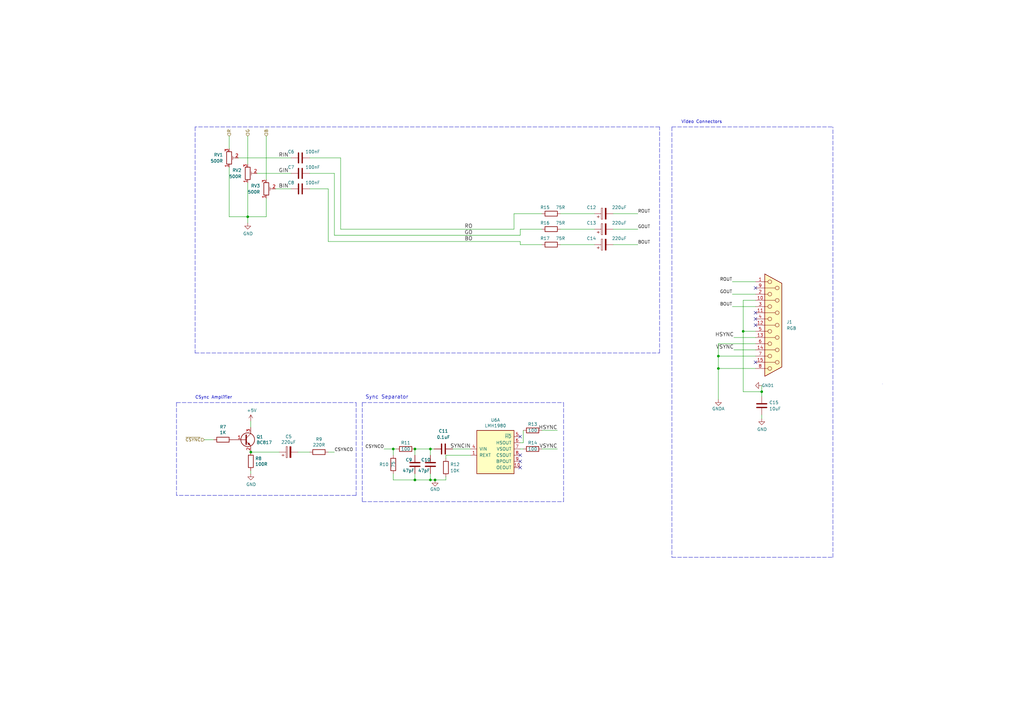
<source format=kicad_sch>
(kicad_sch (version 20211123) (generator eeschema)
  (paper "A3")
  (title_block (title "TRH9000") (date "2022-08-04") (rev "1.0") (company "The Retro Hacker") (comment 2 "Shared under CERN-OHL-S license") (comment 3 "TRH9000 - Open Source MSX Graphics Card based on the Yamaha V9990") (comment 4 "Designed  by: Cristiano Goncalves"))
  (lib_symbols
    (symbol "Connector:DB15_Female" (pin_names (offset 1.016) hide)
      (property "Reference" "J" (at 0.508 21.59 0))
      (property "Value" "DB15_Female" (at 0 -22.225 0))
      (symbol "DB15_Female_0_1"
        (circle (center -1.778 -17.78) (radius 0.762))
        (circle (center -1.778 -12.7) (radius 0.762))
        (circle (center -1.778 -7.62) (radius 0.762))
        (circle (center -1.778 -2.54) (radius 0.762))
        (circle (center -1.778 2.54) (radius 0.762))
        (circle (center -1.778 7.62) (radius 0.762))
        (circle (center -1.778 12.7) (radius 0.762))
        (circle (center -1.778 17.78) (radius 0.762))
        (polyline (pts (xy -3.81 -17.78) (xy -2.54 -17.78)))
        (polyline (pts (xy -3.81 -15.24) (xy 0.508 -15.24)))
        (polyline (pts (xy -3.81 -12.7) (xy -2.54 -12.7)))
        (polyline (pts (xy -3.81 -10.16) (xy 0.508 -10.16)))
        (polyline (pts (xy -3.81 -7.62) (xy -2.54 -7.62)))
        (polyline (pts (xy -3.81 -5.08) (xy 0.508 -5.08)))
        (polyline (pts (xy -3.81 -2.54) (xy -2.54 -2.54)))
        (polyline (pts (xy -3.81 0) (xy 0.508 0)))
        (polyline (pts (xy -3.81 2.54) (xy -2.54 2.54)))
        (polyline (pts (xy -3.81 5.08) (xy 0.508 5.08)))
        (polyline (pts (xy -3.81 7.62) (xy -2.54 7.62)))
        (polyline (pts (xy -3.81 10.16) (xy 0.508 10.16)))
        (polyline (pts (xy -3.81 12.7) (xy -2.54 12.7)))
        (polyline (pts (xy -3.81 15.24) (xy 0.508 15.24)))
        (polyline (pts (xy -3.81 17.78) (xy -2.54 17.78)))
        (polyline (pts (xy -3.81 20.955) (xy 3.175 17.145) (xy 3.175 -17.145) (xy -3.81 -20.955) (xy -3.81 20.955)) (stroke (width 0.254)) (fill (type background)))
        (circle (center 1.27 -15.24) (radius 0.762))
        (circle (center 1.27 -10.16) (radius 0.762))
        (circle (center 1.27 -5.08) (radius 0.762))
        (circle (center 1.27 0) (radius 0.762))
        (circle (center 1.27 5.08) (radius 0.762))
        (circle (center 1.27 10.16) (radius 0.762))
        (circle (center 1.27 15.24) (radius 0.762))
      )
      (symbol "DB15_Female_1_1"
        (pin passive line (at -7.62 17.78 0) (length 3.81) (name "1") (number "1"))
        (pin passive line (at -7.62 10.16 0) (length 3.81) (name "P10") (number "10"))
        (pin passive line (at -7.62 5.08 0) (length 3.81) (name "P111") (number "11"))
        (pin passive line (at -7.62 0 0) (length 3.81) (name "P12") (number "12"))
        (pin passive line (at -7.62 -5.08 0) (length 3.81) (name "P13") (number "13"))
        (pin passive line (at -7.62 -10.16 0) (length 3.81) (name "P14") (number "14"))
        (pin passive line (at -7.62 -15.24 0) (length 3.81) (name "P15") (number "15"))
        (pin passive line (at -7.62 12.7 0) (length 3.81) (name "2") (number "2"))
        (pin passive line (at -7.62 7.62 0) (length 3.81) (name "3") (number "3"))
        (pin passive line (at -7.62 2.54 0) (length 3.81) (name "4") (number "4"))
        (pin passive line (at -7.62 -2.54 0) (length 3.81) (name "5") (number "5"))
        (pin passive line (at -7.62 -7.62 0) (length 3.81) (name "6") (number "6"))
        (pin passive line (at -7.62 -12.7 0) (length 3.81) (name "7") (number "7"))
        (pin passive line (at -7.62 -17.78 0) (length 3.81) (name "8") (number "8"))
        (pin passive line (at -7.62 15.24 0) (length 3.81) (name "P9") (number "9"))
      )
    )
    (symbol "Device:C" (pin_numbers hide) (pin_names (offset 0.254))
      (property "Reference" "C" (at 0.635 2.54 0))
      (property "Value" "C" (at 0.635 -2.54 0))
      (symbol "C_0_1"
        (polyline (pts (xy -2.032 -0.762) (xy 2.032 -0.762)) (stroke (width 0.508)))
        (polyline (pts (xy -2.032 0.762) (xy 2.032 0.762)) (stroke (width 0.508)))
      )
      (symbol "C_1_1"
        (pin passive line (at 0 3.81 270) (length 2.794) (name "~") (number "1"))
        (pin passive line (at 0 -3.81 90) (length 2.794) (name "~") (number "2"))
      )
    )
    (symbol "Device:C_Polarized" (pin_numbers hide) (pin_names (offset 0.254))
      (property "Reference" "C" (at 0.635 2.54 0))
      (property "Value" "C_Polarized" (at 0.635 -2.54 0))
      (symbol "C_Polarized_0_1"
        (rectangle (start -2.286 0.508) (end 2.286 1.016))
        (polyline (pts (xy -1.778 2.286) (xy -0.762 2.286)))
        (polyline (pts (xy -1.27 2.794) (xy -1.27 1.778)))
        (rectangle (start 2.286 -0.508) (end -2.286 -1.016) (fill (type outline)))
      )
      (symbol "C_Polarized_1_1"
        (pin passive line (at 0 3.81 270) (length 2.794) (name "~") (number "1"))
        (pin passive line (at 0 -3.81 90) (length 2.794) (name "~") (number "2"))
      )
    )
    (symbol "Device:R" (pin_numbers hide) (pin_names (offset 0))
      (property "Reference" "R" (at 2.032 0 90))
      (property "Value" "R" (at 0 0 90))
      (symbol "R_0_1"
        (rectangle (start -1.016 -2.54) (end 1.016 2.54) (stroke (width 0.254)))
      )
      (symbol "R_1_1"
        (pin passive line (at 0 3.81 270) (length 1.27) (name "~") (number "1"))
        (pin passive line (at 0 -3.81 90) (length 1.27) (name "~") (number "2"))
      )
    )
    (symbol "Device:R_Potentiometer_Trim" (pin_names (offset 1.016) hide)
      (property "Reference" "RV" (at -4.445 0 90))
      (property "Value" "R_Potentiometer_Trim" (at -2.54 0 90))
      (symbol "R_Potentiometer_Trim_0_1"
        (polyline (pts (xy 1.524 0.762) (xy 1.524 -0.762)))
        (polyline (pts (xy 2.54 0) (xy 1.524 0)))
        (rectangle (start 1.016 2.54) (end -1.016 -2.54) (stroke (width 0.254)))
      )
      (symbol "R_Potentiometer_Trim_1_1"
        (pin passive line (at 0 3.81 270) (length 1.27) (name "1") (number "1"))
        (pin passive line (at 3.81 0 180) (length 1.27) (name "2") (number "2"))
        (pin passive line (at 0 -3.81 90) (length 1.27) (name "3") (number "3"))
      )
    )
    (symbol "TRH9000:LMH1980" (pin_names (offset 1.016))
      (property "Reference" "U6" (at 0 14.4018 0))
      (property "Value" "LMH1980" (at 0 12.0904 0))
      (symbol "LMH1980_1_1"
        (rectangle (start -7.62 10.16) (end 7.62 -7.62) (stroke (width 0.254)) (fill (type background)))
        (pin input line (at -10.16 0 0) (length 2.54) (name "REXT") (number "1"))
        (pin output line (at 10.16 -5.08 180) (length 2.54) (name "OEOUT") (number "10"))
        (pin input line (at -10.16 2.54 0) (length 2.54) (name "VIN") (number "4"))
        (pin output line (at 10.16 7.62 180) (length 2.54) (name "~{HD}") (number "5"))
        (pin output line (at 10.16 5.08 180) (length 2.54) (name "HSOUT") (number "6"))
        (pin output line (at 10.16 2.54 180) (length 2.54) (name "VSOUT") (number "7"))
        (pin output line (at 10.16 0 180) (length 2.54) (name "CSOUT") (number "8"))
        (pin output line (at 10.16 -2.54 180) (length 2.54) (name "BPOUT") (number "9"))
      )
      (symbol "LMH1980_2_1"
        (rectangle (start -2.54 5.08) (end 2.54 -5.08) (stroke (width 0.254)) (fill (type background)))
        (pin power_in line (at 0 -7.62 90) (length 2.54) (name "GND") (number "2"))
        (pin power_in line (at 0 7.62 270) (length 2.54) (name "VCC") (number "3"))
      )
    )
    (symbol "Transistor_BJT:BC817" (pin_names (offset 0) hide)
      (property "Reference" "Q" (at 5.08 1.905 0))
      (property "Value" "BC817" (at 5.08 0 0))
      (symbol "BC817_0_1"
        (polyline (pts (xy 0.635 0.635) (xy 2.54 2.54)))
        (polyline (pts (xy 0.635 -0.635) (xy 2.54 -2.54) (xy 2.54 -2.54)))
        (polyline (pts (xy 0.635 1.905) (xy 0.635 -1.905) (xy 0.635 -1.905)) (stroke (width 0.508)))
        (polyline (pts (xy 1.27 -1.778) (xy 1.778 -1.27) (xy 2.286 -2.286) (xy 1.27 -1.778) (xy 1.27 -1.778)) (fill (type outline)))
        (circle (center 1.27 0) (radius 2.8194) (stroke (width 0.254)))
      )
      (symbol "BC817_1_1"
        (pin input line (at -5.08 0 0) (length 5.715) (name "B") (number "1"))
        (pin passive line (at 2.54 -5.08 90) (length 2.54) (name "E") (number "2"))
        (pin passive line (at 2.54 5.08 270) (length 2.54) (name "C") (number "3"))
      )
    )
    (symbol "power:+5V" (power) (pin_names (offset 0))
      (property "Value" "+5V" (at 0 3.556 0))
      (symbol "+5V_0_1"
        (polyline (pts (xy -0.762 1.27) (xy 0 2.54)))
        (polyline (pts (xy 0 0) (xy 0 2.54)))
        (polyline (pts (xy 0 2.54) (xy 0.762 1.27)))
      )
      (symbol "+5V_1_1"
        (pin power_in line (at 0 0 90) (length 0) hide (name "+5V") (number "1"))
      )
    )
    (symbol "power:GND" (power) (pin_names (offset 0))
      (property "Value" "GND" (at 0 -3.81 0))
      (symbol "GND_0_1"
        (polyline (pts (xy 0 0) (xy 0 -1.27) (xy 1.27 -1.27) (xy 0 -2.54) (xy -1.27 -1.27) (xy 0 -1.27)))
      )
      (symbol "GND_1_1"
        (pin power_in line (at 0 0 270) (length 0) hide (name "GND") (number "1"))
      )
    )
    (symbol "power:GND1" (power) (pin_names (offset 0))
      (property "Value" "GND1" (at 0 -3.81 0))
      (symbol "GND1_0_1"
        (polyline (pts (xy 0 0) (xy 0 -1.27) (xy 1.27 -1.27) (xy 0 -2.54) (xy -1.27 -1.27) (xy 0 -1.27)))
      )
      (symbol "GND1_1_1"
        (pin power_in line (at 0 0 270) (length 0) hide (name "GND1") (number "1"))
      )
    )
    (symbol "power:GNDA" (power) (pin_names (offset 0))
      (property "Value" "GNDA" (at 0 -3.81 0))
      (symbol "GNDA_0_1"
        (polyline (pts (xy 0 0) (xy 0 -1.27) (xy 1.27 -1.27) (xy 0 -2.54) (xy -1.27 -1.27) (xy 0 -1.27)))
      )
      (symbol "GNDA_1_1"
        (pin power_in line (at 0 0 270) (length 0) hide (name "GNDA") (number "1"))
      )
    )
  )
  (junction (at 170.18 196.85))
  (junction (at 102.87 185.42))
  (junction (at 176.53 196.85))
  (junction (at 304.8 135.89))
  (junction (at 312.42 160.655))
  (junction (at 294.64 151.13))
  (junction (at 101.6 88.9))
  (junction (at 178.435 196.85))
  (junction (at 170.18 184.15))
  (junction (at 294.64 146.05))
  (junction (at 161.29 184.15))
  (junction (at 176.53 184.15))
  (no_connect (at 213.36 189.23))
  (no_connect (at 213.36 191.77))
  (no_connect (at 213.36 186.69))
  (no_connect (at 309.88 148.59))
  (no_connect (at 309.88 128.27))
  (no_connect (at 309.88 133.35))
  (no_connect (at 309.88 118.11))
  (no_connect (at 309.88 130.81))
  (no_connect (at 213.36 179.07))
  (wire (pts (xy 109.22 81.28) (xy 109.22 88.9)))
  (polyline (pts (xy 80.01 52.07) (xy 80.01 144.78)))
  (wire (pts (xy 294.64 146.05) (xy 294.64 151.13)))
  (wire (pts (xy 213.36 100.33) (xy 222.25 100.33)))
  (wire (pts (xy 137.16 185.42) (xy 134.62 185.42)))
  (wire (pts (xy 213.36 99.06) (xy 213.36 100.33)))
  (wire (pts (xy 312.42 170.18) (xy 312.42 171.704)))
  (polyline (pts (xy 72.39 165.1) (xy 146.05 165.1)))
  (polyline (pts (xy 146.05 165.1) (xy 146.05 203.2)))
  (wire (pts (xy 213.36 93.98) (xy 213.36 96.52)))
  (wire (pts (xy 210.82 87.63) (xy 210.82 93.98)))
  (wire (pts (xy 170.18 196.85) (xy 176.53 196.85)))
  (wire (pts (xy 243.84 87.63) (xy 229.87 87.63)))
  (wire (pts (xy 102.87 175.26) (xy 102.87 172.72)))
  (wire (pts (xy 251.46 100.33) (xy 261.62 100.33)))
  (wire (pts (xy 101.6 74.93) (xy 101.6 88.9)))
  (polyline (pts (xy 275.59 228.6) (xy 341.63 228.6)))
  (wire (pts (xy 157.48 184.15) (xy 161.29 184.15)))
  (wire (pts (xy 113.03 77.47) (xy 119.38 77.47)))
  (wire (pts (xy 161.29 196.85) (xy 170.18 196.85)))
  (wire (pts (xy 170.18 194.31) (xy 170.18 196.85)))
  (polyline (pts (xy 146.05 203.2) (xy 72.39 203.2)))
  (wire (pts (xy 137.16 71.12) (xy 127 71.12)))
  (wire (pts (xy 102.87 185.42) (xy 114.554 185.42)))
  (wire (pts (xy 139.7 64.77) (xy 127 64.77)))
  (wire (pts (xy 185.674 184.15) (xy 193.04 184.15)))
  (wire (pts (xy 101.6 88.9) (xy 101.6 91.44)))
  (wire (pts (xy 214.63 181.61) (xy 214.63 176.53)))
  (wire (pts (xy 312.42 158.115) (xy 312.42 160.655)))
  (polyline (pts (xy 148.59 205.74) (xy 231.14 205.74)))
  (wire (pts (xy 137.16 71.12) (xy 137.16 96.52)))
  (wire (pts (xy 161.29 194.31) (xy 161.29 196.85)))
  (wire (pts (xy 137.16 96.52) (xy 213.36 96.52)))
  (wire (pts (xy 304.8 160.655) (xy 304.8 135.89)))
  (wire (pts (xy 312.42 160.655) (xy 304.8 160.655)))
  (wire (pts (xy 294.64 151.13) (xy 309.88 151.13)))
  (wire (pts (xy 213.36 184.15) (xy 214.63 184.15)))
  (wire (pts (xy 214.63 181.61) (xy 213.36 181.61)))
  (wire (pts (xy 222.25 184.15) (xy 228.6 184.15)))
  (wire (pts (xy 176.53 184.15) (xy 178.054 184.15)))
  (polyline (pts (xy 80.01 144.78) (xy 270.51 144.78)))
  (wire (pts (xy 300.99 138.43) (xy 309.88 138.43)))
  (wire (pts (xy 176.53 184.15) (xy 176.53 186.69)))
  (polyline (pts (xy 361.95 157.48) (xy 361.95 157.48)))
  (wire (pts (xy 210.82 87.63) (xy 222.25 87.63)))
  (wire (pts (xy 312.42 160.655) (xy 312.42 162.56)))
  (wire (pts (xy 300.355 125.73) (xy 309.88 125.73)))
  (wire (pts (xy 93.98 88.9) (xy 101.6 88.9)))
  (wire (pts (xy 304.8 123.19) (xy 309.88 123.19)))
  (polyline (pts (xy 148.59 165.1) (xy 231.14 165.1)))
  (wire (pts (xy 97.79 64.77) (xy 119.38 64.77)))
  (polyline (pts (xy 148.59 165.1) (xy 148.59 205.74)))
  (wire (pts (xy 294.64 151.13) (xy 294.64 163.83)))
  (polyline (pts (xy 270.51 144.78) (xy 270.51 52.07)))
  (wire (pts (xy 300.99 143.51) (xy 309.88 143.51)))
  (wire (pts (xy 134.62 99.06) (xy 213.36 99.06)))
  (wire (pts (xy 83.82 180.34) (xy 87.63 180.34)))
  (wire (pts (xy 127 185.42) (xy 122.174 185.42)))
  (polyline (pts (xy 270.51 52.07) (xy 80.01 52.07)))
  (wire (pts (xy 176.53 194.31) (xy 176.53 196.85)))
  (wire (pts (xy 304.8 135.89) (xy 304.8 123.19)))
  (wire (pts (xy 294.64 146.05) (xy 309.88 146.05)))
  (wire (pts (xy 243.84 93.98) (xy 229.87 93.98)))
  (wire (pts (xy 93.98 55.88) (xy 93.98 60.96)))
  (wire (pts (xy 101.6 55.88) (xy 101.6 67.31)))
  (wire (pts (xy 294.64 140.97) (xy 294.64 146.05)))
  (wire (pts (xy 251.46 87.63) (xy 261.62 87.63)))
  (wire (pts (xy 139.7 93.98) (xy 210.82 93.98)))
  (wire (pts (xy 161.29 184.15) (xy 162.56 184.15)))
  (wire (pts (xy 300.355 115.57) (xy 309.88 115.57)))
  (wire (pts (xy 105.41 71.12) (xy 119.38 71.12)))
  (wire (pts (xy 139.7 64.77) (xy 139.7 93.98)))
  (wire (pts (xy 304.8 135.89) (xy 309.88 135.89)))
  (wire (pts (xy 170.18 184.15) (xy 176.53 184.15)))
  (polyline (pts (xy 72.39 165.1) (xy 72.39 203.2)))
  (wire (pts (xy 109.22 88.9) (xy 101.6 88.9)))
  (wire (pts (xy 213.36 93.98) (xy 222.25 93.98)))
  (polyline (pts (xy 275.59 52.07) (xy 275.59 228.6)))
  (wire (pts (xy 161.29 186.69) (xy 161.29 184.15)))
  (wire (pts (xy 93.98 68.58) (xy 93.98 88.9)))
  (wire (pts (xy 261.62 93.98) (xy 251.46 93.98)))
  (wire (pts (xy 109.22 55.88) (xy 109.22 73.66)))
  (wire (pts (xy 178.435 196.85) (xy 182.88 196.85)))
  (wire (pts (xy 300.355 120.65) (xy 309.88 120.65)))
  (wire (pts (xy 176.53 196.85) (xy 178.435 196.85)))
  (wire (pts (xy 229.87 100.33) (xy 243.84 100.33)))
  (wire (pts (xy 182.88 195.58) (xy 182.88 196.85)))
  (wire (pts (xy 102.87 193.04) (xy 102.87 194.31)))
  (wire (pts (xy 182.88 187.96) (xy 182.88 186.69)))
  (polyline (pts (xy 231.14 205.74) (xy 231.14 165.1)))
  (wire (pts (xy 222.25 176.53) (xy 228.6 176.53)))
  (polyline (pts (xy 341.63 228.6) (xy 341.63 52.07)))
  (polyline (pts (xy 275.59 52.07) (xy 341.63 52.07)))
  (wire (pts (xy 134.62 77.47) (xy 127 77.47)))
  (wire (pts (xy 294.64 140.97) (xy 309.88 140.97)))
  (wire (pts (xy 170.18 184.15) (xy 170.18 186.69)))
  (wire (pts (xy 134.62 77.47) (xy 134.62 99.06)))
  (wire (pts (xy 182.88 186.69) (xy 193.04 186.69)))
  (text "Sync Separator" (at 149.86 163.83 0) (effects (font (size 1.524 1.524)) (justify left bottom)))
  (text "CSync Amplifier" (at 80.01 163.83 0) (effects (font (size 1.27 1.27)) (justify left bottom)))
  (text "Video Connectors\n" (at 279.4 50.8 0) (effects (font (size 1.27 1.27)) (justify left bottom)))
  (label "VSYNC" (at 228.6 184.15 180) (effects (font (size 1.524 1.524))))
  (label "HSYNC" (at 300.99 138.43 180) (effects (font (size 1.524 1.524))))
  (label "RO" (at 190.5 93.98 0) (effects (font (size 1.524 1.524))))
  (label "VSYNC" (at 300.99 143.51 180) (effects (font (size 1.524 1.524))))
  (label "BIN" (at 114.3 77.47 0) (effects (font (size 1.524 1.524))))
  (label "HSYNC" (at 228.6 176.53 180) (effects (font (size 1.524 1.524))))
  (label "ROUT" (at 261.62 87.63 0))
  (label "GOUT" (at 300.355 120.65 180))
  (label "BOUT" (at 261.62 100.33 0))
  (label "CSYNCO" (at 157.48 184.15 180))
  (label "BO" (at 190.5 99.06 0) (effects (font (size 1.524 1.524))))
  (label "SYNCIN" (at 193.04 184.15 180) (effects (font (size 1.524 1.524))))
  (label "GIN" (at 114.3 71.12 0) (effects (font (size 1.524 1.524))))
  (label "GO" (at 190.5 96.52 0) (effects (font (size 1.524 1.524))))
  (label "BOUT" (at 300.355 125.73 180))
  (label "CSYNCO" (at 137.16 185.42 0))
  (label "GOUT" (at 261.62 93.98 0))
  (label "ROUT" (at 300.355 115.57 180))
  (label "RIN" (at 114.3 64.77 0) (effects (font (size 1.524 1.524))))
  (hierarchical_label "G" (shape input) (at 101.6 55.88 90))
  (hierarchical_label "~{CSYNC}" (shape input) (at 83.82 180.34 180))
  (hierarchical_label "B" (shape input) (at 109.22 55.88 90))
  (hierarchical_label "R" (shape input) (at 93.98 55.88 90))
  (symbol (lib_id "power:GND") (at 178.435 196.85 0) (unit 1)
    (property "Reference" "#PWR015" (effects hide))
    (property "Value" "GND" (at 178.435 200.66 0))
  )
  (symbol (lib_id "Device:R_Potentiometer_Trim") (at 101.6 71.12 0) (mirror x) (unit 1)
    (property "Reference" "RV2" (at 99.06 69.8499 0) (effects (justify right)))
    (property "Value" "500R" (at 99.06 72.3899 0) (effects (justify right)))
    (property "Footprint" "Potentiometer_SMD:Potentiometer_Bourns_3314G_Vertical" (effects hide))
  )
  (symbol (lib_id "Device:C_Polarized") (at 247.65 100.33 90) (unit 1)
    (property "Reference" "C14" (at 242.57 97.79 90))
    (property "Value" "220uF" (at 254 97.79 90))
    (property "Footprint" "Capacitor_Tantalum_SMD:CP_EIA-3528-15_AVX-H" (effects hide))
  )
  (symbol (lib_id "Device:R") (at 102.87 189.23 0) (unit 1)
    (property "Reference" "R8" (at 104.648 188.0616 0) (effects (justify left)))
    (property "Value" "100R" (at 104.648 190.373 0) (effects (justify left)))
    (property "Footprint" "Resistor_SMD:R_0805_2012Metric" (effects hide))
  )
  (symbol (lib_id "Device:C") (at 123.19 64.77 270) (unit 1)
    (property "Reference" "C6" (at 119.38 62.23 90))
    (property "Value" "100nF" (at 128.27 62.23 90))
    (property "Footprint" "Capacitor_SMD:C_0805_2012Metric" (effects hide))
  )
  (symbol (lib_id "Device:R") (at 218.44 184.15 270) (mirror x) (unit 1)
    (property "Reference" "R14" (at 218.44 181.61 90))
    (property "Value" "100" (at 218.44 184.15 90))
    (property "Footprint" "Resistor_SMD:R_0805_2012Metric" (effects hide))
  )
  (symbol (lib_id "Device:R") (at 182.88 191.77 0) (unit 1)
    (property "Reference" "R12" (at 184.658 190.4999 0) (effects (justify left)))
    (property "Value" "10K" (at 184.658 193.0399 0) (effects (justify left)))
    (property "Footprint" "Resistor_SMD:R_0805_2012Metric" (effects hide))
  )
  (symbol (lib_id "power:GND") (at 102.87 194.31 0) (unit 1)
    (property "Reference" "#PWR014" (effects hide))
    (property "Value" "GND" (at 102.997 198.7042 0))
  )
  (symbol (lib_id "Device:R") (at 226.06 87.63 270) (unit 1)
    (property "Reference" "R15" (at 223.52 85.09 90))
    (property "Value" "75R" (at 229.87 85.09 90))
    (property "Footprint" "Resistor_SMD:R_0805_2012Metric" (effects hide))
  )
  (symbol (lib_id "Device:C_Polarized") (at 247.65 87.63 90) (unit 1)
    (property "Reference" "C12" (at 242.57 85.09 90))
    (property "Value" "220uF" (at 254 85.09 90))
    (property "Footprint" "Capacitor_Tantalum_SMD:CP_EIA-3528-15_AVX-H" (effects hide))
  )
  (symbol (lib_id "Device:R") (at 161.29 190.5 0) (unit 1)
    (property "Reference" "R10" (at 157.48 190.5 0))
    (property "Value" "75" (at 161.29 190.5 90))
    (property "Footprint" "Resistor_SMD:R_0805_2012Metric" (effects hide))
  )
  (symbol (lib_id "power:GND1") (at 312.42 158.115 270) (unit 1)
    (property "Reference" "#PWR017" (effects hide))
    (property "Value" "GND1" (at 312.42 158.115 90) (effects (font (size 1.2 1.2)) (justify left)))
  )
  (symbol (lib_id "Connector:DB15_Female") (at 317.5 133.35 0) (unit 1)
    (property "Reference" "J1" (at 322.58 132.0799 0) (effects (justify left)))
    (property "Value" "RGB" (at 322.58 134.6199 0) (effects (justify left)))
    (property "Footprint" "Connector_Dsub:DSUB-15-HD_Female_Horizontal_P2.29x1.98mm_EdgePinOffset3.03mm_Housed_MountingHolesOffset4.94mm" (effects hide))
    (property "Datasheet" " ~" (effects hide))
  )
  (symbol (lib_id "Device:R") (at 166.37 184.15 270) (mirror x) (unit 1)
    (property "Reference" "R11" (at 166.37 181.61 90))
    (property "Value" "100" (at 166.37 184.15 90))
    (property "Footprint" "Resistor_SMD:R_0805_2012Metric" (effects hide))
  )
  (symbol (lib_id "Device:R") (at 91.44 180.34 270) (unit 1)
    (property "Reference" "R7" (at 91.44 175.0822 90))
    (property "Value" "1K" (at 91.44 177.3936 90))
    (property "Footprint" "Resistor_SMD:R_0805_2012Metric" (effects hide))
  )
  (symbol (lib_id "power:GND") (at 101.6 91.44 0) (unit 1)
    (property "Reference" "#PWR012" (effects hide))
    (property "Value" "GND" (at 101.727 95.8342 0))
  )
  (symbol (lib_id "Device:C") (at 176.53 190.5 0) (unit 1)
    (property "Reference" "C10" (at 172.72 188.595 0) (effects (justify left)))
    (property "Value" "47pF" (at 171.45 193.04 0) (effects (justify left)))
    (property "Footprint" "Capacitor_SMD:C_0805_2012Metric" (effects hide))
  )
  (symbol (lib_id "Device:C") (at 181.864 184.15 90) (unit 1)
    (property "Reference" "C11" (at 181.864 176.784 90))
    (property "Value" "0.1uF" (at 181.864 179.324 90))
    (property "Footprint" "Capacitor_SMD:C_0805_2012Metric" (effects hide))
  )
  (symbol (lib_id "Transistor_BJT:BC817") (at 100.33 180.34 0) (unit 1)
    (property "Reference" "Q1" (at 105.1814 179.1716 0) (effects (justify left)))
    (property "Value" "BC817" (at 105.1814 181.483 0) (effects (justify left)))
    (property "Footprint" "Package_TO_SOT_SMD:SOT-23" (effects hide))
    (property "Datasheet" "https://www.onsemi.com/pub/Collateral/BC818-D.pdf" (effects hide))
  )
  (symbol (lib_id "power:+5V") (at 102.87 172.72 0) (unit 1)
    (property "Reference" "#PWR013" (effects hide))
    (property "Value" "+5V" (at 103.251 168.3258 0))
  )
  (symbol (lib_id "power:GND") (at 312.42 171.704 0) (unit 1)
    (property "Reference" "#PWR018" (effects hide))
    (property "Value" "GND" (at 312.547 176.0982 0))
  )
  (symbol (lib_id "Device:R_Potentiometer_Trim") (at 109.22 77.47 0) (mirror x) (unit 1)
    (property "Reference" "RV3" (at 106.68 76.1999 0) (effects (justify right)))
    (property "Value" "500R" (at 106.68 78.7399 0) (effects (justify right)))
    (property "Footprint" "Potentiometer_SMD:Potentiometer_Bourns_3314G_Vertical" (effects hide))
  )
  (symbol (lib_id "Device:C") (at 123.19 71.12 270) (unit 1)
    (property "Reference" "C7" (at 119.38 68.58 90))
    (property "Value" "100nF" (at 128.27 68.58 90))
    (property "Footprint" "Capacitor_SMD:C_0805_2012Metric" (effects hide))
  )
  (symbol (lib_id "power:GNDA") (at 294.64 163.83 0) (unit 1)
    (property "Reference" "#PWR016" (effects hide))
    (property "Value" "GNDA" (at 294.64 167.64 0))
  )
  (symbol (lib_id "Device:R") (at 226.06 100.33 270) (unit 1)
    (property "Reference" "R17" (at 223.52 97.79 90))
    (property "Value" "75R" (at 229.87 97.79 90))
    (property "Footprint" "Resistor_SMD:R_0805_2012Metric" (effects hide))
  )
  (symbol (lib_id "Device:C") (at 170.18 190.5 0) (unit 1)
    (property "Reference" "C9" (at 166.37 188.595 0) (effects (justify left)))
    (property "Value" "47pF" (at 165.1 193.04 0) (effects (justify left)))
    (property "Footprint" "Capacitor_SMD:C_0805_2012Metric" (effects hide))
  )
  (symbol (lib_id "Device:R") (at 130.81 185.42 270) (unit 1)
    (property "Reference" "R9" (at 130.81 180.1622 90))
    (property "Value" "220R" (at 130.81 182.4736 90))
    (property "Footprint" "Resistor_SMD:R_0805_2012Metric" (effects hide))
  )
  (symbol (lib_id "Device:C") (at 123.19 77.47 270) (unit 1)
    (property "Reference" "C8" (at 119.38 74.93 90))
    (property "Value" "100nF" (at 128.27 74.93 90))
    (property "Footprint" "Capacitor_SMD:C_0805_2012Metric" (effects hide))
  )
  (symbol (lib_id "Device:R") (at 218.44 176.53 270) (mirror x) (unit 1)
    (property "Reference" "R13" (at 218.44 173.99 90))
    (property "Value" "100" (at 218.44 176.53 90))
    (property "Footprint" "Resistor_SMD:R_0805_2012Metric" (effects hide))
  )
  (symbol (lib_id "Device:R") (at 226.06 93.98 270) (unit 1)
    (property "Reference" "R16" (at 223.52 91.44 90))
    (property "Value" "75R" (at 229.87 91.44 90))
    (property "Footprint" "Resistor_SMD:R_0805_2012Metric" (effects hide))
  )
  (symbol (lib_id "Device:C_Polarized") (at 118.364 185.42 90) (unit 1)
    (property "Reference" "C5" (at 118.364 179.07 90))
    (property "Value" "220uF" (at 118.364 181.356 90))
    (property "Footprint" "Capacitor_Tantalum_SMD:CP_EIA-3528-15_AVX-H" (effects hide))
    (property "Case" "B" (effects hide))
  )
  (symbol (lib_id "Device:R_Potentiometer_Trim") (at 93.98 64.77 0) (mirror x) (unit 1)
    (property "Reference" "RV1" (at 91.44 63.4999 0) (effects (justify right)))
    (property "Value" "500R" (at 91.44 66.0399 0) (effects (justify right)))
    (property "Footprint" "Potentiometer_SMD:Potentiometer_Bourns_3314G_Vertical" (effects hide))
  )
  (symbol (lib_id "Device:C") (at 312.42 166.37 0) (unit 1)
    (property "Reference" "C15" (at 315.468 165.0999 0) (effects (justify left)))
    (property "Value" "10uF" (at 315.468 167.6399 0) (effects (justify left)))
    (property "Footprint" "Capacitor_SMD:C_0805_2012Metric" (effects hide))
  )
  (symbol (lib_id "Device:C_Polarized") (at 247.65 93.98 90) (unit 1)
    (property "Reference" "C13" (at 242.57 91.44 90))
    (property "Value" "220uF" (at 254 91.44 90))
    (property "Footprint" "Capacitor_Tantalum_SMD:CP_EIA-3528-15_AVX-H" (effects hide))
  )
  (symbol (lib_id "TRH9000:LMH1980") (at 203.2 186.69 0) (unit 1)
    (property "Reference" "U6" (at 203.2 172.2882 0))
    (property "Value" "LMH1980" (at 203.2 174.5996 0))
    (property "Footprint" "Package_SO:VSSOP-10_3x3mm_P0.5mm" (effects hide))
    (property "Datasheet" "https://www.ti.com/general/docs/suppproductinfo.tsp?distId=10&gotoUrl=https%3A%2F%2Fwww.ti.com%2Flit%2Fgpn%2Flmh1980" (effects hide))
    (property "Manufacturer" "Texas Instruments" (effects hide))
    (property "MPN" "LMH1980MM/NOPBCT" (effects hide))
    (property "Description" " Video sync separator " (effects hide))
  )
)
</source>
